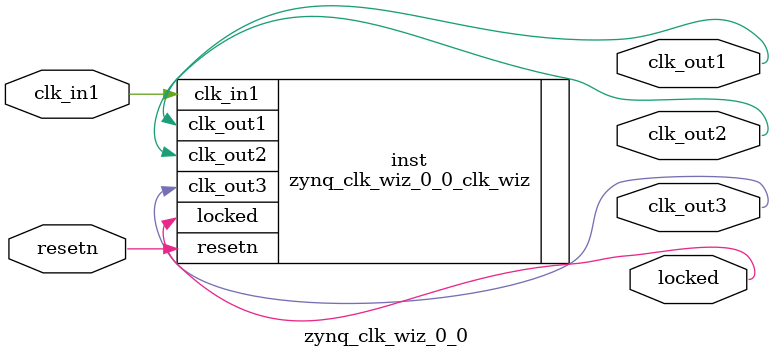
<source format=v>


`timescale 1ps/1ps

(* CORE_GENERATION_INFO = "zynq_clk_wiz_0_0,clk_wiz_v6_0_14_0_0,{component_name=zynq_clk_wiz_0_0,use_phase_alignment=false,use_min_o_jitter=false,use_max_i_jitter=false,use_dyn_phase_shift=false,use_inclk_switchover=false,use_dyn_reconfig=false,enable_axi=0,feedback_source=FDBK_AUTO,PRIMITIVE=MMCM,num_out_clk=3,clkin1_period=10.000,clkin2_period=10.000,use_power_down=false,use_reset=true,use_locked=true,use_inclk_stopped=false,feedback_type=SINGLE,CLOCK_MGR_TYPE=NA,manual_override=false}" *)

module zynq_clk_wiz_0_0 
 (
  // Clock out ports
  output        clk_out1,
  output        clk_out2,
  output        clk_out3,
  // Status and control signals
  input         resetn,
  output        locked,
 // Clock in ports
  input         clk_in1
 );

  zynq_clk_wiz_0_0_clk_wiz inst
  (
  // Clock out ports  
  .clk_out1(clk_out1),
  .clk_out2(clk_out2),
  .clk_out3(clk_out3),
  // Status and control signals               
  .resetn(resetn), 
  .locked(locked),
 // Clock in ports
  .clk_in1(clk_in1)
  );

endmodule

</source>
